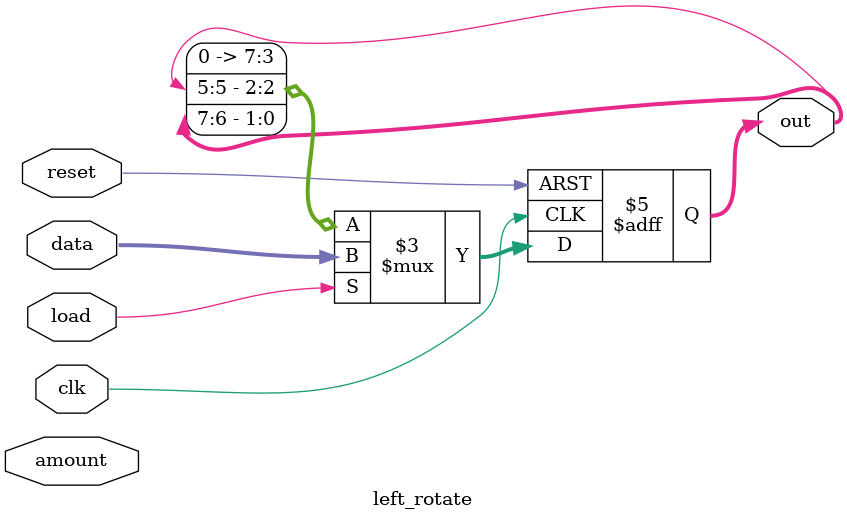
<source format=v>
module left_rotate(clk,reset,amount,data,load,out);
input clk,reset;
input [2:0] amount;
input [7:0] data;
input load;
output reg [7:0] out;
// when load is high, load data to out
// otherwise rotate the out register followed by left shift the out register by amount bits
always @(posedge clk, posedge reset)
begin
if(reset)
out <= 0;
else if(load)
out <= data;
else begin
out <= {out[6:0], out[7]};
out <= {out[0], out[7:1]};
out <= {out[1], out[7:2]};
out <= {out[2], out[7:3]};
out <= {out[3], out[7:4]};
out <= {out[4], out[7:5]};
out <= {out[5], out[7:6]};
end
end
endmodule

</source>
